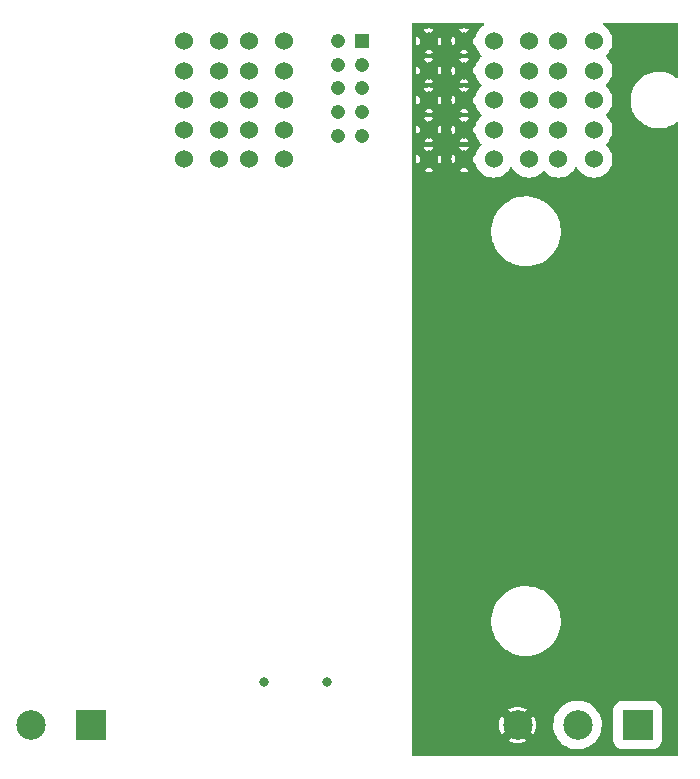
<source format=gbr>
%TF.GenerationSoftware,KiCad,Pcbnew,(6.0.1-0)*%
%TF.CreationDate,2023-01-20T10:08:16-08:00*%
%TF.ProjectId,ESC Daughterboard,45534320-4461-4756-9768-746572626f61,rev?*%
%TF.SameCoordinates,Original*%
%TF.FileFunction,Copper,L4,Inr*%
%TF.FilePolarity,Positive*%
%FSLAX46Y46*%
G04 Gerber Fmt 4.6, Leading zero omitted, Abs format (unit mm)*
G04 Created by KiCad (PCBNEW (6.0.1-0)) date 2023-01-20 10:08:16*
%MOMM*%
%LPD*%
G01*
G04 APERTURE LIST*
%TA.AperFunction,ComponentPad*%
%ADD10R,2.500000X2.500000*%
%TD*%
%TA.AperFunction,ComponentPad*%
%ADD11C,2.500000*%
%TD*%
%TA.AperFunction,ComponentPad*%
%ADD12R,1.208000X1.208000*%
%TD*%
%TA.AperFunction,ComponentPad*%
%ADD13C,1.208000*%
%TD*%
%TA.AperFunction,ComponentPad*%
%ADD14C,1.530000*%
%TD*%
%TA.AperFunction,ViaPad*%
%ADD15C,0.800000*%
%TD*%
G04 APERTURE END LIST*
D10*
%TO.N,/Phase_1*%
%TO.C,Phase 1*%
X167400000Y-119800000D03*
D11*
%TO.N,/Phase_2*%
X162320000Y-119800000D03*
%TO.N,/Phase_3*%
X157240000Y-119800000D03*
%TD*%
D12*
%TO.N,GND*%
%TO.C,J5*%
X144070000Y-61902500D03*
D13*
%TO.N,+5V*%
X142070000Y-61902500D03*
%TO.N,/CAH*%
X144070000Y-63902500D03*
%TO.N,/CAL*%
X142070000Y-63902500D03*
%TO.N,unconnected-(J5-Pad05)*%
X144070000Y-65902500D03*
%TO.N,unconnected-(J5-Pad06)*%
X142070000Y-65902500D03*
%TO.N,unconnected-(J5-Pad07)*%
X144070000Y-67902500D03*
%TO.N,unconnected-(J5-Pad08)*%
X142070000Y-67902500D03*
%TO.N,unconnected-(J5-Pad09)*%
X144070000Y-69902500D03*
%TO.N,unconnected-(J5-Pad10)*%
X142070000Y-69902500D03*
D14*
%TO.N,/Phase_1*%
X163710000Y-71892500D03*
X163710000Y-69392500D03*
X163710000Y-66892500D03*
X163710000Y-64392500D03*
X163710000Y-61892500D03*
X160710000Y-61892500D03*
X160710000Y-64392500D03*
X160710000Y-66892500D03*
X160710000Y-69392500D03*
X160710000Y-71892500D03*
%TO.N,/Phase_2*%
X158210000Y-71892500D03*
X158210000Y-69392500D03*
X158210000Y-66892500D03*
X158210000Y-64392500D03*
X158210000Y-61892500D03*
X155210000Y-61892500D03*
X155210000Y-64392500D03*
X155210000Y-66892500D03*
X155210000Y-69392500D03*
X155210000Y-71892500D03*
%TO.N,/Phase_3*%
X152710000Y-71892500D03*
X152710000Y-69392500D03*
X152710000Y-66892500D03*
X152710000Y-64392500D03*
X152710000Y-61892500D03*
X149710000Y-61892500D03*
X149710000Y-64392500D03*
X149710000Y-66892500D03*
X149710000Y-69392500D03*
X149710000Y-71892500D03*
%TO.N,GND*%
X137500000Y-71892500D03*
X137500000Y-69392500D03*
X137500000Y-66892500D03*
X137500000Y-64392500D03*
X137500000Y-61892500D03*
X134500000Y-61892500D03*
X134500000Y-64392500D03*
X134500000Y-66892500D03*
X134500000Y-69392500D03*
X134500000Y-71892500D03*
%TO.N,/16V*%
X132000000Y-71892500D03*
X132000000Y-69392500D03*
X132000000Y-66892500D03*
X132000000Y-64392500D03*
X132000000Y-61892500D03*
X129000000Y-61892500D03*
X129000000Y-64392500D03*
X129000000Y-66892500D03*
X129000000Y-69392500D03*
X129000000Y-71892500D03*
%TD*%
D10*
%TO.N,/16V*%
%TO.C,J2*%
X121165000Y-119820000D03*
D11*
%TO.N,GND*%
X116085000Y-119820000D03*
%TD*%
D15*
%TO.N,GND*%
X135780000Y-116190000D03*
%TO.N,+5V*%
X141150000Y-116190000D03*
%TD*%
%TA.AperFunction,Conductor*%
%TO.N,/Phase_3*%
G36*
X154405478Y-60388907D02*
G01*
X154441442Y-60438407D01*
X154441442Y-60499593D01*
X154405478Y-60549093D01*
X154399018Y-60553408D01*
X154286977Y-60622067D01*
X154099601Y-60782101D01*
X154097067Y-60785068D01*
X153995467Y-60904027D01*
X153939567Y-60969477D01*
X153810816Y-61179580D01*
X153716517Y-61407238D01*
X153715611Y-61411011D01*
X153715607Y-61411024D01*
X153708997Y-61438557D01*
X153682737Y-61485449D01*
X153286772Y-61881414D01*
X153280718Y-61893297D01*
X153281514Y-61898328D01*
X153682738Y-62299552D01*
X153708999Y-62346445D01*
X153716517Y-62377762D01*
X153810816Y-62605420D01*
X153939567Y-62815523D01*
X154099601Y-63002899D01*
X154102568Y-63005433D01*
X154174911Y-63067220D01*
X154206881Y-63119389D01*
X154202080Y-63180386D01*
X154174911Y-63217780D01*
X154099601Y-63282101D01*
X154097067Y-63285068D01*
X153995467Y-63404027D01*
X153939567Y-63469477D01*
X153810816Y-63679580D01*
X153716517Y-63907238D01*
X153715611Y-63911011D01*
X153715607Y-63911024D01*
X153708997Y-63938557D01*
X153682737Y-63985449D01*
X153286772Y-64381414D01*
X153280718Y-64393297D01*
X153281514Y-64398328D01*
X153682738Y-64799552D01*
X153708999Y-64846445D01*
X153716517Y-64877762D01*
X153810816Y-65105420D01*
X153939567Y-65315523D01*
X154099601Y-65502899D01*
X154102568Y-65505433D01*
X154174911Y-65567220D01*
X154206881Y-65619389D01*
X154202080Y-65680386D01*
X154174911Y-65717780D01*
X154099601Y-65782101D01*
X154097067Y-65785068D01*
X153995467Y-65904027D01*
X153939567Y-65969477D01*
X153810816Y-66179580D01*
X153716517Y-66407238D01*
X153715611Y-66411011D01*
X153715607Y-66411024D01*
X153708997Y-66438557D01*
X153682737Y-66485449D01*
X153286772Y-66881414D01*
X153280718Y-66893297D01*
X153281514Y-66898328D01*
X153682738Y-67299552D01*
X153708999Y-67346445D01*
X153716517Y-67377762D01*
X153810816Y-67605420D01*
X153939567Y-67815523D01*
X154099601Y-68002899D01*
X154102568Y-68005433D01*
X154174911Y-68067220D01*
X154206881Y-68119389D01*
X154202080Y-68180386D01*
X154174911Y-68217780D01*
X154144707Y-68243577D01*
X154099601Y-68282101D01*
X154097067Y-68285068D01*
X153995467Y-68404027D01*
X153939567Y-68469477D01*
X153810816Y-68679580D01*
X153716517Y-68907238D01*
X153715611Y-68911011D01*
X153715607Y-68911024D01*
X153708997Y-68938557D01*
X153682737Y-68985449D01*
X153286772Y-69381414D01*
X153280718Y-69393297D01*
X153281514Y-69398328D01*
X153682738Y-69799552D01*
X153708999Y-69846445D01*
X153716517Y-69877762D01*
X153810816Y-70105420D01*
X153939567Y-70315523D01*
X154099601Y-70502899D01*
X154102568Y-70505433D01*
X154174911Y-70567220D01*
X154206881Y-70619389D01*
X154202080Y-70680386D01*
X154174911Y-70717780D01*
X154099601Y-70782101D01*
X154097067Y-70785068D01*
X153995467Y-70904027D01*
X153939567Y-70969477D01*
X153810816Y-71179580D01*
X153716517Y-71407238D01*
X153715611Y-71411011D01*
X153715607Y-71411024D01*
X153708997Y-71438557D01*
X153682737Y-71485449D01*
X153286772Y-71881414D01*
X153280718Y-71893297D01*
X153281514Y-71898328D01*
X153682738Y-72299552D01*
X153708999Y-72346445D01*
X153716517Y-72377762D01*
X153810816Y-72605420D01*
X153939567Y-72815523D01*
X154099601Y-73002899D01*
X154286977Y-73162933D01*
X154497080Y-73291684D01*
X154724738Y-73385983D01*
X154728512Y-73386889D01*
X154728515Y-73386890D01*
X154960571Y-73442601D01*
X154964345Y-73443507D01*
X154968210Y-73443811D01*
X154968215Y-73443812D01*
X155206125Y-73462536D01*
X155210000Y-73462841D01*
X155213875Y-73462536D01*
X155451785Y-73443812D01*
X155451790Y-73443811D01*
X155455655Y-73443507D01*
X155459429Y-73442601D01*
X155691485Y-73386890D01*
X155691488Y-73386889D01*
X155695262Y-73385983D01*
X155922920Y-73291684D01*
X156133023Y-73162933D01*
X156320399Y-73002899D01*
X156480433Y-72815523D01*
X156609184Y-72605420D01*
X156618536Y-72582843D01*
X156658272Y-72536317D01*
X156717767Y-72522033D01*
X156774295Y-72545448D01*
X156801464Y-72582843D01*
X156810816Y-72605420D01*
X156939567Y-72815523D01*
X157099601Y-73002899D01*
X157286977Y-73162933D01*
X157497080Y-73291684D01*
X157724738Y-73385983D01*
X157728512Y-73386889D01*
X157728515Y-73386890D01*
X157960571Y-73442601D01*
X157964345Y-73443507D01*
X157968210Y-73443811D01*
X157968215Y-73443812D01*
X158206125Y-73462536D01*
X158210000Y-73462841D01*
X158213875Y-73462536D01*
X158451785Y-73443812D01*
X158451790Y-73443811D01*
X158455655Y-73443507D01*
X158459429Y-73442601D01*
X158691485Y-73386890D01*
X158691488Y-73386889D01*
X158695262Y-73385983D01*
X158922920Y-73291684D01*
X159133023Y-73162933D01*
X159320399Y-73002899D01*
X159384719Y-72927589D01*
X159436889Y-72895619D01*
X159497886Y-72900420D01*
X159535280Y-72927589D01*
X159599601Y-73002899D01*
X159786977Y-73162933D01*
X159997080Y-73291684D01*
X160224738Y-73385983D01*
X160228512Y-73386889D01*
X160228515Y-73386890D01*
X160460571Y-73442601D01*
X160464345Y-73443507D01*
X160468210Y-73443811D01*
X160468215Y-73443812D01*
X160706125Y-73462536D01*
X160710000Y-73462841D01*
X160713875Y-73462536D01*
X160951785Y-73443812D01*
X160951790Y-73443811D01*
X160955655Y-73443507D01*
X160959429Y-73442601D01*
X161191485Y-73386890D01*
X161191488Y-73386889D01*
X161195262Y-73385983D01*
X161422920Y-73291684D01*
X161633023Y-73162933D01*
X161820399Y-73002899D01*
X161980433Y-72815523D01*
X162109184Y-72605420D01*
X162118536Y-72582843D01*
X162158272Y-72536317D01*
X162217767Y-72522033D01*
X162274295Y-72545448D01*
X162301464Y-72582843D01*
X162310816Y-72605420D01*
X162439567Y-72815523D01*
X162599601Y-73002899D01*
X162786977Y-73162933D01*
X162997080Y-73291684D01*
X163224738Y-73385983D01*
X163228512Y-73386889D01*
X163228515Y-73386890D01*
X163460571Y-73442601D01*
X163464345Y-73443507D01*
X163468210Y-73443811D01*
X163468215Y-73443812D01*
X163706125Y-73462536D01*
X163710000Y-73462841D01*
X163713875Y-73462536D01*
X163951785Y-73443812D01*
X163951790Y-73443811D01*
X163955655Y-73443507D01*
X163959429Y-73442601D01*
X164191485Y-73386890D01*
X164191488Y-73386889D01*
X164195262Y-73385983D01*
X164422920Y-73291684D01*
X164633023Y-73162933D01*
X164820399Y-73002899D01*
X164980433Y-72815523D01*
X165109184Y-72605420D01*
X165203483Y-72377762D01*
X165222260Y-72299552D01*
X165260101Y-72141929D01*
X165260101Y-72141928D01*
X165261007Y-72138155D01*
X165280341Y-71892500D01*
X165278787Y-71872750D01*
X165261312Y-71650715D01*
X165261311Y-71650710D01*
X165261007Y-71646845D01*
X165221847Y-71483729D01*
X165204390Y-71411015D01*
X165204389Y-71411012D01*
X165203483Y-71407238D01*
X165109184Y-71179580D01*
X164980433Y-70969477D01*
X164924534Y-70904027D01*
X164822933Y-70785068D01*
X164820399Y-70782101D01*
X164745089Y-70717780D01*
X164713119Y-70665611D01*
X164717920Y-70604614D01*
X164745089Y-70567220D01*
X164817432Y-70505433D01*
X164820399Y-70502899D01*
X164980433Y-70315523D01*
X165109184Y-70105420D01*
X165203483Y-69877762D01*
X165222260Y-69799552D01*
X165260101Y-69641929D01*
X165260101Y-69641928D01*
X165261007Y-69638155D01*
X165280341Y-69392500D01*
X165271380Y-69278646D01*
X165261312Y-69150715D01*
X165261311Y-69150710D01*
X165261007Y-69146845D01*
X165221847Y-68983729D01*
X165204390Y-68911015D01*
X165204389Y-68911012D01*
X165203483Y-68907238D01*
X165109184Y-68679580D01*
X164980433Y-68469477D01*
X164924534Y-68404027D01*
X164822933Y-68285068D01*
X164820399Y-68282101D01*
X164775293Y-68243577D01*
X164745089Y-68217780D01*
X164713119Y-68165611D01*
X164717920Y-68104614D01*
X164745089Y-68067220D01*
X164817432Y-68005433D01*
X164820399Y-68002899D01*
X164980433Y-67815523D01*
X165109184Y-67605420D01*
X165203483Y-67377762D01*
X165222260Y-67299552D01*
X165260101Y-67141929D01*
X165260101Y-67141928D01*
X165261007Y-67138155D01*
X165263925Y-67101088D01*
X165280036Y-66896375D01*
X165280341Y-66892500D01*
X165272167Y-66788644D01*
X165261312Y-66650715D01*
X165261311Y-66650710D01*
X165261007Y-66646845D01*
X165221847Y-66483729D01*
X165204390Y-66411015D01*
X165204389Y-66411012D01*
X165203483Y-66407238D01*
X165109184Y-66179580D01*
X164980433Y-65969477D01*
X164924534Y-65904027D01*
X164822933Y-65785068D01*
X164820399Y-65782101D01*
X164745089Y-65717780D01*
X164713119Y-65665611D01*
X164717920Y-65604614D01*
X164745089Y-65567220D01*
X164817432Y-65505433D01*
X164820399Y-65502899D01*
X164980433Y-65315523D01*
X165109184Y-65105420D01*
X165203483Y-64877762D01*
X165222260Y-64799552D01*
X165260101Y-64641929D01*
X165260101Y-64641928D01*
X165261007Y-64638155D01*
X165262218Y-64622778D01*
X165280036Y-64396375D01*
X165280341Y-64392500D01*
X165278787Y-64372750D01*
X165261312Y-64150715D01*
X165261311Y-64150710D01*
X165261007Y-64146845D01*
X165221847Y-63983729D01*
X165204390Y-63911015D01*
X165204389Y-63911012D01*
X165203483Y-63907238D01*
X165109184Y-63679580D01*
X164980433Y-63469477D01*
X164924534Y-63404027D01*
X164822933Y-63285068D01*
X164820399Y-63282101D01*
X164745089Y-63217780D01*
X164713119Y-63165611D01*
X164717920Y-63104614D01*
X164745089Y-63067220D01*
X164817432Y-63005433D01*
X164820399Y-63002899D01*
X164980433Y-62815523D01*
X165109184Y-62605420D01*
X165203483Y-62377762D01*
X165222260Y-62299552D01*
X165260101Y-62141929D01*
X165260101Y-62141928D01*
X165261007Y-62138155D01*
X165280341Y-61892500D01*
X165278787Y-61872750D01*
X165261312Y-61650715D01*
X165261311Y-61650710D01*
X165261007Y-61646845D01*
X165221847Y-61483729D01*
X165204390Y-61411015D01*
X165204389Y-61411012D01*
X165203483Y-61407238D01*
X165109184Y-61179580D01*
X164980433Y-60969477D01*
X164924534Y-60904027D01*
X164822933Y-60785068D01*
X164820399Y-60782101D01*
X164633023Y-60622067D01*
X164520986Y-60553411D01*
X164481249Y-60506886D01*
X164476448Y-60445889D01*
X164508417Y-60393720D01*
X164564945Y-60370305D01*
X164572713Y-60370000D01*
X170761000Y-60370000D01*
X170819191Y-60388907D01*
X170855155Y-60438407D01*
X170860000Y-60469000D01*
X170860000Y-64932106D01*
X170841093Y-64990297D01*
X170791593Y-65026261D01*
X170730407Y-65026261D01*
X170700527Y-65010490D01*
X170674354Y-64990297D01*
X170555106Y-64898298D01*
X170513583Y-64873985D01*
X170393949Y-64803937D01*
X170290811Y-64743547D01*
X170008994Y-64623633D01*
X170005965Y-64622779D01*
X170005963Y-64622778D01*
X169717261Y-64541355D01*
X169717257Y-64541354D01*
X169714225Y-64540499D01*
X169411282Y-64495494D01*
X169364387Y-64493529D01*
X169328947Y-64492043D01*
X169328937Y-64492043D01*
X169327916Y-64492000D01*
X169132526Y-64492000D01*
X169130947Y-64492101D01*
X169130938Y-64492101D01*
X168907500Y-64506354D01*
X168907496Y-64506355D01*
X168904353Y-64506555D01*
X168901261Y-64507153D01*
X168901255Y-64507154D01*
X168724487Y-64541355D01*
X168603662Y-64564732D01*
X168600672Y-64565718D01*
X168600668Y-64565719D01*
X168315801Y-64659654D01*
X168315795Y-64659656D01*
X168312800Y-64660644D01*
X168153023Y-64737025D01*
X168039322Y-64791379D01*
X168039318Y-64791381D01*
X168036482Y-64792737D01*
X167779188Y-64958869D01*
X167776775Y-64960904D01*
X167776773Y-64960906D01*
X167547504Y-65154311D01*
X167547499Y-65154316D01*
X167545090Y-65156348D01*
X167337981Y-65381971D01*
X167336159Y-65384549D01*
X167305741Y-65427589D01*
X167161220Y-65632082D01*
X167017672Y-65902626D01*
X167016559Y-65905580D01*
X167016556Y-65905586D01*
X166913296Y-66179580D01*
X166909664Y-66189217D01*
X166908935Y-66192288D01*
X166908934Y-66192292D01*
X166851483Y-66434384D01*
X166838947Y-66487209D01*
X166806668Y-66791771D01*
X166813349Y-67097965D01*
X166858883Y-67400830D01*
X166859746Y-67403868D01*
X166859746Y-67403870D01*
X166917912Y-67608739D01*
X166942531Y-67695453D01*
X166943774Y-67698360D01*
X167056432Y-67961845D01*
X167062937Y-67977060D01*
X167218149Y-68241085D01*
X167281429Y-68322812D01*
X167403720Y-68480754D01*
X167403726Y-68480761D01*
X167405651Y-68483247D01*
X167622404Y-68699622D01*
X167624892Y-68701541D01*
X167624896Y-68701545D01*
X167822847Y-68854263D01*
X167864894Y-68886702D01*
X167867605Y-68888290D01*
X167867606Y-68888290D01*
X167906433Y-68911024D01*
X168129189Y-69041453D01*
X168411006Y-69161367D01*
X168414035Y-69162221D01*
X168414037Y-69162222D01*
X168702739Y-69243645D01*
X168702743Y-69243646D01*
X168705775Y-69244501D01*
X169008718Y-69289506D01*
X169055613Y-69291471D01*
X169091053Y-69292957D01*
X169091063Y-69292957D01*
X169092084Y-69293000D01*
X169287474Y-69293000D01*
X169289053Y-69292899D01*
X169289062Y-69292899D01*
X169512500Y-69278646D01*
X169512504Y-69278645D01*
X169515647Y-69278445D01*
X169518739Y-69277847D01*
X169518745Y-69277846D01*
X169813242Y-69220867D01*
X169816338Y-69220268D01*
X169819328Y-69219282D01*
X169819332Y-69219281D01*
X170104199Y-69125346D01*
X170104205Y-69125344D01*
X170107200Y-69124356D01*
X170283948Y-69039862D01*
X170380678Y-68993621D01*
X170380682Y-68993619D01*
X170383518Y-68992263D01*
X170640812Y-68826131D01*
X170697167Y-68778591D01*
X170753835Y-68755523D01*
X170813242Y-68770169D01*
X170852694Y-68816936D01*
X170860000Y-68854263D01*
X170860000Y-122301000D01*
X170841093Y-122359191D01*
X170791593Y-122395155D01*
X170761000Y-122400000D01*
X148379000Y-122400000D01*
X148320809Y-122381093D01*
X148284845Y-122331593D01*
X148280000Y-122301000D01*
X148280000Y-121142360D01*
X156468892Y-121142360D01*
X156475263Y-121149251D01*
X156530824Y-121183300D01*
X156537730Y-121186819D01*
X156755952Y-121277209D01*
X156763320Y-121279603D01*
X156993004Y-121334745D01*
X157000647Y-121335956D01*
X157236125Y-121354488D01*
X157243875Y-121354488D01*
X157479353Y-121335956D01*
X157486996Y-121334745D01*
X157716680Y-121279603D01*
X157724048Y-121277209D01*
X157942270Y-121186819D01*
X157949176Y-121183300D01*
X158003043Y-121150289D01*
X158011316Y-121140603D01*
X158006732Y-121132417D01*
X157251086Y-120376771D01*
X157239203Y-120370717D01*
X157234172Y-120371513D01*
X156474674Y-121131011D01*
X156468892Y-121142360D01*
X148280000Y-121142360D01*
X148280000Y-119803875D01*
X155685512Y-119803875D01*
X155704044Y-120039353D01*
X155705255Y-120046996D01*
X155760397Y-120276680D01*
X155762791Y-120284048D01*
X155853181Y-120502270D01*
X155856700Y-120509176D01*
X155889711Y-120563043D01*
X155899397Y-120571316D01*
X155907583Y-120566732D01*
X156663229Y-119811086D01*
X156668471Y-119800797D01*
X157810717Y-119800797D01*
X157811513Y-119805828D01*
X158571011Y-120565326D01*
X158582360Y-120571108D01*
X158589251Y-120564737D01*
X158623300Y-120509176D01*
X158626819Y-120502270D01*
X158717209Y-120284048D01*
X158719603Y-120276680D01*
X158774745Y-120046996D01*
X158775956Y-120039353D01*
X158794488Y-119803875D01*
X158794488Y-119796119D01*
X158793100Y-119778477D01*
X160264822Y-119778477D01*
X160265016Y-119781842D01*
X160265016Y-119781846D01*
X160268545Y-119843043D01*
X160280916Y-120057596D01*
X160334741Y-120331948D01*
X160335834Y-120335140D01*
X160415126Y-120566732D01*
X160425303Y-120596457D01*
X160550925Y-120846228D01*
X160709282Y-121076639D01*
X160711552Y-121079133D01*
X160711553Y-121079135D01*
X160809538Y-121186819D01*
X160897444Y-121283427D01*
X161111930Y-121462765D01*
X161348771Y-121611335D01*
X161351839Y-121612720D01*
X161351846Y-121612724D01*
X161517358Y-121687455D01*
X161603583Y-121726387D01*
X161606805Y-121727341D01*
X161606812Y-121727344D01*
X161821263Y-121790867D01*
X161871652Y-121805793D01*
X161874977Y-121806302D01*
X161874978Y-121806302D01*
X162144684Y-121847573D01*
X162144687Y-121847573D01*
X162148018Y-121848083D01*
X162151389Y-121848136D01*
X162151390Y-121848136D01*
X162199571Y-121848893D01*
X162427566Y-121852474D01*
X162430903Y-121852070D01*
X162430907Y-121852070D01*
X162701779Y-121819291D01*
X162701784Y-121819290D01*
X162705123Y-121818886D01*
X162975554Y-121747940D01*
X163141590Y-121679165D01*
X163230746Y-121642236D01*
X163230749Y-121642235D01*
X163233855Y-121640948D01*
X163236760Y-121639251D01*
X163236763Y-121639249D01*
X163472329Y-121501595D01*
X163475245Y-121499891D01*
X163695258Y-121327379D01*
X163889823Y-121126603D01*
X163926526Y-121076639D01*
X163956843Y-121035366D01*
X164055340Y-120901280D01*
X164086864Y-120843221D01*
X164187136Y-120658541D01*
X164188745Y-120655578D01*
X164226294Y-120556206D01*
X164286380Y-120397194D01*
X164286381Y-120397190D01*
X164287570Y-120394044D01*
X164314450Y-120276680D01*
X164349234Y-120124808D01*
X164349235Y-120124801D01*
X164349987Y-120121518D01*
X164374840Y-119843043D01*
X164375230Y-119805828D01*
X164375271Y-119801937D01*
X164375271Y-119801929D01*
X164375291Y-119800000D01*
X164356275Y-119521065D01*
X164299579Y-119247292D01*
X164206253Y-118983746D01*
X164194542Y-118961056D01*
X164079573Y-118738308D01*
X164079570Y-118738302D01*
X164078022Y-118735304D01*
X163917261Y-118506563D01*
X163899512Y-118487462D01*
X163877325Y-118463586D01*
X165349500Y-118463586D01*
X165349501Y-119800797D01*
X165349501Y-121137836D01*
X165349774Y-121142589D01*
X165350716Y-121146668D01*
X165350717Y-121146676D01*
X165382289Y-121283427D01*
X165390173Y-121317577D01*
X165468336Y-121479266D01*
X165580380Y-121619620D01*
X165584713Y-121623079D01*
X165714124Y-121726387D01*
X165720734Y-121731664D01*
X165882423Y-121809827D01*
X165887807Y-121811070D01*
X165887810Y-121811071D01*
X165974045Y-121830979D01*
X166057411Y-121850226D01*
X166062163Y-121850500D01*
X166063586Y-121850500D01*
X167404717Y-121850499D01*
X168737836Y-121850499D01*
X168742589Y-121850226D01*
X168746670Y-121849284D01*
X168746676Y-121849283D01*
X168912190Y-121811071D01*
X168912193Y-121811070D01*
X168917577Y-121809827D01*
X169079266Y-121731664D01*
X169085877Y-121726387D01*
X169215287Y-121623079D01*
X169219620Y-121619620D01*
X169331664Y-121479266D01*
X169409827Y-121317577D01*
X169450226Y-121142589D01*
X169450500Y-121137837D01*
X169450500Y-119800000D01*
X169450499Y-118463577D01*
X169450499Y-118462164D01*
X169450226Y-118457411D01*
X169449284Y-118453330D01*
X169449283Y-118453324D01*
X169411071Y-118287810D01*
X169411070Y-118287807D01*
X169409827Y-118282423D01*
X169331664Y-118120734D01*
X169324931Y-118112299D01*
X169223079Y-117984713D01*
X169219620Y-117980380D01*
X169079266Y-117868336D01*
X169062759Y-117860356D01*
X168922554Y-117792579D01*
X168917577Y-117790173D01*
X168912193Y-117788930D01*
X168912190Y-117788929D01*
X168825955Y-117769021D01*
X168742589Y-117749774D01*
X168737837Y-117749500D01*
X168736414Y-117749500D01*
X167395283Y-117749501D01*
X166062164Y-117749501D01*
X166057411Y-117749774D01*
X166053330Y-117750716D01*
X166053324Y-117750717D01*
X165887810Y-117788929D01*
X165887807Y-117788930D01*
X165882423Y-117790173D01*
X165877446Y-117792579D01*
X165737242Y-117860356D01*
X165720734Y-117868336D01*
X165580380Y-117980380D01*
X165576921Y-117984713D01*
X165475070Y-118112299D01*
X165468336Y-118120734D01*
X165390173Y-118282423D01*
X165349774Y-118457411D01*
X165349500Y-118462163D01*
X165349500Y-118463586D01*
X163877325Y-118463586D01*
X163729238Y-118304226D01*
X163726944Y-118301757D01*
X163703323Y-118282423D01*
X163513204Y-118126814D01*
X163510591Y-118124675D01*
X163272208Y-117978594D01*
X163268397Y-117976921D01*
X163019288Y-117867569D01*
X163019284Y-117867567D01*
X163016205Y-117866216D01*
X162966917Y-117852176D01*
X162750571Y-117790548D01*
X162750566Y-117790547D01*
X162747319Y-117789622D01*
X162470526Y-117750229D01*
X162467159Y-117750211D01*
X162467154Y-117750211D01*
X162342187Y-117749557D01*
X162190947Y-117748765D01*
X161913757Y-117785257D01*
X161910506Y-117786146D01*
X161910503Y-117786147D01*
X161886992Y-117792579D01*
X161644083Y-117859032D01*
X161386917Y-117968722D01*
X161384018Y-117970457D01*
X161372683Y-117977241D01*
X161147018Y-118112299D01*
X160928823Y-118287106D01*
X160926499Y-118289555D01*
X160757557Y-118467583D01*
X160736371Y-118489908D01*
X160734406Y-118492643D01*
X160734404Y-118492645D01*
X160722421Y-118509322D01*
X160573223Y-118716952D01*
X160442398Y-118964038D01*
X160346317Y-119226592D01*
X160286757Y-119499757D01*
X160264822Y-119778477D01*
X158793100Y-119778477D01*
X158775956Y-119560647D01*
X158774745Y-119553004D01*
X158719603Y-119323320D01*
X158717209Y-119315952D01*
X158626819Y-119097730D01*
X158623300Y-119090824D01*
X158590289Y-119036957D01*
X158580603Y-119028684D01*
X158572417Y-119033268D01*
X157816771Y-119788914D01*
X157810717Y-119800797D01*
X156668471Y-119800797D01*
X156669283Y-119799203D01*
X156668487Y-119794172D01*
X155908989Y-119034674D01*
X155897640Y-119028892D01*
X155890749Y-119035263D01*
X155856700Y-119090824D01*
X155853181Y-119097730D01*
X155762791Y-119315952D01*
X155760397Y-119323320D01*
X155705255Y-119553004D01*
X155704044Y-119560647D01*
X155685512Y-119796119D01*
X155685512Y-119803875D01*
X148280000Y-119803875D01*
X148280000Y-118459397D01*
X156468684Y-118459397D01*
X156473268Y-118467583D01*
X157228914Y-119223229D01*
X157240797Y-119229283D01*
X157245828Y-119228487D01*
X158005326Y-118468989D01*
X158011108Y-118457640D01*
X158004737Y-118450749D01*
X157949176Y-118416700D01*
X157942270Y-118413181D01*
X157724048Y-118322791D01*
X157716680Y-118320397D01*
X157486996Y-118265255D01*
X157479353Y-118264044D01*
X157243875Y-118245512D01*
X157236125Y-118245512D01*
X157000647Y-118264044D01*
X156993004Y-118265255D01*
X156763320Y-118320397D01*
X156755952Y-118322791D01*
X156537730Y-118413181D01*
X156530824Y-118416700D01*
X156476957Y-118449711D01*
X156468684Y-118459397D01*
X148280000Y-118459397D01*
X148280000Y-111123763D01*
X155007092Y-111123763D01*
X155007376Y-111126608D01*
X155016060Y-111213605D01*
X155040887Y-111462342D01*
X155113373Y-111794793D01*
X155223589Y-112116708D01*
X155370076Y-112423823D01*
X155371590Y-112426236D01*
X155371593Y-112426242D01*
X155497656Y-112627204D01*
X155550890Y-112712066D01*
X155763635Y-112977616D01*
X155765665Y-112979624D01*
X155765666Y-112979626D01*
X156003461Y-113214943D01*
X156003469Y-113214950D01*
X156005493Y-113216953D01*
X156079925Y-113275315D01*
X156271017Y-113425151D01*
X156271024Y-113425156D01*
X156273256Y-113426906D01*
X156275685Y-113428394D01*
X156275690Y-113428398D01*
X156357761Y-113478691D01*
X156563376Y-113604692D01*
X156565963Y-113605893D01*
X156565967Y-113605895D01*
X156869411Y-113746749D01*
X156869418Y-113746752D01*
X156872008Y-113747954D01*
X157195060Y-113854794D01*
X157528252Y-113923794D01*
X157531090Y-113924047D01*
X157531095Y-113924048D01*
X157816894Y-113949555D01*
X157827480Y-113950500D01*
X158046715Y-113950500D01*
X158299697Y-113935913D01*
X158302505Y-113935423D01*
X158632092Y-113877901D01*
X158632100Y-113877899D01*
X158634891Y-113877412D01*
X158961140Y-113780773D01*
X159274119Y-113647276D01*
X159276584Y-113645870D01*
X159276590Y-113645867D01*
X159567209Y-113480101D01*
X159569681Y-113478691D01*
X159571970Y-113477009D01*
X159571977Y-113477005D01*
X159841609Y-113278940D01*
X159841608Y-113278940D01*
X159843907Y-113277252D01*
X160093162Y-113045629D01*
X160314144Y-112786893D01*
X160503923Y-112504472D01*
X160659984Y-112202110D01*
X160780257Y-111883815D01*
X160863150Y-111553805D01*
X160907563Y-111216455D01*
X160912908Y-110876237D01*
X160906508Y-110812118D01*
X160879396Y-110540492D01*
X160879396Y-110540490D01*
X160879113Y-110537658D01*
X160806627Y-110205207D01*
X160696411Y-109883292D01*
X160549924Y-109576177D01*
X160497849Y-109493161D01*
X160370626Y-109290351D01*
X160369110Y-109287934D01*
X160156365Y-109022384D01*
X160154334Y-109020374D01*
X159916539Y-108785057D01*
X159916531Y-108785050D01*
X159914507Y-108783047D01*
X159789960Y-108685390D01*
X159648983Y-108574849D01*
X159648976Y-108574844D01*
X159646744Y-108573094D01*
X159644315Y-108571606D01*
X159644310Y-108571602D01*
X159359059Y-108396800D01*
X159359057Y-108396799D01*
X159356624Y-108395308D01*
X159354037Y-108394107D01*
X159354033Y-108394105D01*
X159050589Y-108253251D01*
X159050582Y-108253248D01*
X159047992Y-108252046D01*
X158724940Y-108145206D01*
X158391748Y-108076206D01*
X158388910Y-108075953D01*
X158388905Y-108075952D01*
X158094716Y-108049696D01*
X158092520Y-108049500D01*
X157873285Y-108049500D01*
X157620303Y-108064087D01*
X157617496Y-108064577D01*
X157617495Y-108064577D01*
X157287908Y-108122099D01*
X157287900Y-108122101D01*
X157285109Y-108122588D01*
X156958860Y-108219227D01*
X156645881Y-108352724D01*
X156643416Y-108354130D01*
X156643410Y-108354133D01*
X156568607Y-108396800D01*
X156350319Y-108521309D01*
X156348030Y-108522991D01*
X156348023Y-108522995D01*
X156281853Y-108571602D01*
X156076093Y-108722748D01*
X155826838Y-108954371D01*
X155605856Y-109213107D01*
X155416077Y-109495528D01*
X155260016Y-109797890D01*
X155139743Y-110116185D01*
X155056850Y-110446195D01*
X155012437Y-110783545D01*
X155007092Y-111123763D01*
X148280000Y-111123763D01*
X148280000Y-78123763D01*
X155007092Y-78123763D01*
X155007376Y-78126608D01*
X155016060Y-78213605D01*
X155040887Y-78462342D01*
X155113373Y-78794793D01*
X155223589Y-79116708D01*
X155370076Y-79423823D01*
X155371590Y-79426236D01*
X155371593Y-79426242D01*
X155497656Y-79627204D01*
X155550890Y-79712066D01*
X155763635Y-79977616D01*
X155765665Y-79979624D01*
X155765666Y-79979626D01*
X156003461Y-80214943D01*
X156003469Y-80214950D01*
X156005493Y-80216953D01*
X156079925Y-80275315D01*
X156271017Y-80425151D01*
X156271024Y-80425156D01*
X156273256Y-80426906D01*
X156275685Y-80428394D01*
X156275690Y-80428398D01*
X156357761Y-80478691D01*
X156563376Y-80604692D01*
X156565963Y-80605893D01*
X156565967Y-80605895D01*
X156869411Y-80746749D01*
X156869418Y-80746752D01*
X156872008Y-80747954D01*
X157195060Y-80854794D01*
X157528252Y-80923794D01*
X157531090Y-80924047D01*
X157531095Y-80924048D01*
X157816894Y-80949555D01*
X157827480Y-80950500D01*
X158046715Y-80950500D01*
X158299697Y-80935913D01*
X158302505Y-80935423D01*
X158632092Y-80877901D01*
X158632100Y-80877899D01*
X158634891Y-80877412D01*
X158961140Y-80780773D01*
X159274119Y-80647276D01*
X159276584Y-80645870D01*
X159276590Y-80645867D01*
X159567209Y-80480101D01*
X159569681Y-80478691D01*
X159571970Y-80477009D01*
X159571977Y-80477005D01*
X159841609Y-80278940D01*
X159841608Y-80278940D01*
X159843907Y-80277252D01*
X160093162Y-80045629D01*
X160314144Y-79786893D01*
X160503923Y-79504472D01*
X160659984Y-79202110D01*
X160780257Y-78883815D01*
X160863150Y-78553805D01*
X160907563Y-78216455D01*
X160912908Y-77876237D01*
X160906508Y-77812118D01*
X160879396Y-77540492D01*
X160879396Y-77540490D01*
X160879113Y-77537658D01*
X160806627Y-77205207D01*
X160696411Y-76883292D01*
X160549924Y-76576177D01*
X160497849Y-76493161D01*
X160370626Y-76290351D01*
X160369110Y-76287934D01*
X160156365Y-76022384D01*
X160154334Y-76020374D01*
X159916539Y-75785057D01*
X159916531Y-75785050D01*
X159914507Y-75783047D01*
X159789960Y-75685390D01*
X159648983Y-75574849D01*
X159648976Y-75574844D01*
X159646744Y-75573094D01*
X159644315Y-75571606D01*
X159644310Y-75571602D01*
X159359059Y-75396800D01*
X159359057Y-75396799D01*
X159356624Y-75395308D01*
X159354037Y-75394107D01*
X159354033Y-75394105D01*
X159050589Y-75253251D01*
X159050582Y-75253248D01*
X159047992Y-75252046D01*
X158724940Y-75145206D01*
X158391748Y-75076206D01*
X158388910Y-75075953D01*
X158388905Y-75075952D01*
X158094716Y-75049696D01*
X158092520Y-75049500D01*
X157873285Y-75049500D01*
X157620303Y-75064087D01*
X157617496Y-75064577D01*
X157617495Y-75064577D01*
X157287908Y-75122099D01*
X157287900Y-75122101D01*
X157285109Y-75122588D01*
X156958860Y-75219227D01*
X156645881Y-75352724D01*
X156643416Y-75354130D01*
X156643410Y-75354133D01*
X156568607Y-75396800D01*
X156350319Y-75521309D01*
X156348030Y-75522991D01*
X156348023Y-75522995D01*
X156281853Y-75571602D01*
X156076093Y-75722748D01*
X155826838Y-75954371D01*
X155605856Y-76213107D01*
X155416077Y-76495528D01*
X155260016Y-76797890D01*
X155139743Y-77116185D01*
X155056850Y-77446195D01*
X155012437Y-77783545D01*
X155007092Y-78123763D01*
X148280000Y-78123763D01*
X148280000Y-72875514D01*
X149297649Y-72875514D01*
X149301885Y-72879750D01*
X149475589Y-72936191D01*
X149485010Y-72938262D01*
X149682786Y-72961845D01*
X149692413Y-72962047D01*
X149891002Y-72946766D01*
X149900493Y-72945093D01*
X150092332Y-72891531D01*
X150101312Y-72888048D01*
X150112928Y-72882180D01*
X150119641Y-72875514D01*
X152297649Y-72875514D01*
X152301885Y-72879750D01*
X152475589Y-72936191D01*
X152485010Y-72938262D01*
X152682786Y-72961845D01*
X152692413Y-72962047D01*
X152891002Y-72946766D01*
X152900493Y-72945093D01*
X153092332Y-72891531D01*
X153101312Y-72888048D01*
X153112928Y-72882180D01*
X153120968Y-72874196D01*
X153115775Y-72863961D01*
X152721086Y-72469272D01*
X152709203Y-72463218D01*
X152704172Y-72464014D01*
X152302820Y-72865366D01*
X152297649Y-72875514D01*
X150119641Y-72875514D01*
X150120968Y-72874196D01*
X150115775Y-72863961D01*
X149721086Y-72469272D01*
X149709203Y-72463218D01*
X149704172Y-72464014D01*
X149302820Y-72865366D01*
X149297649Y-72875514D01*
X148280000Y-72875514D01*
X148280000Y-71882378D01*
X148640356Y-71882378D01*
X148657023Y-72080864D01*
X148658761Y-72090332D01*
X148713661Y-72281792D01*
X148717212Y-72290760D01*
X148719836Y-72295866D01*
X148727963Y-72303937D01*
X148738027Y-72298787D01*
X149133228Y-71903586D01*
X149138470Y-71893297D01*
X150280718Y-71893297D01*
X150281514Y-71898328D01*
X150682369Y-72299183D01*
X150692517Y-72304354D01*
X150696871Y-72300000D01*
X150752032Y-72134182D01*
X150754166Y-72124788D01*
X150779388Y-71925132D01*
X150779775Y-71919606D01*
X150780114Y-71895259D01*
X150779884Y-71889761D01*
X150779160Y-71882378D01*
X151640356Y-71882378D01*
X151657023Y-72080864D01*
X151658761Y-72090332D01*
X151713661Y-72281792D01*
X151717212Y-72290760D01*
X151719836Y-72295866D01*
X151727963Y-72303937D01*
X151738027Y-72298787D01*
X152133228Y-71903586D01*
X152139282Y-71891703D01*
X152138486Y-71886672D01*
X151736592Y-71484778D01*
X151726444Y-71479607D01*
X151722322Y-71483729D01*
X151664696Y-71665388D01*
X151662692Y-71674816D01*
X151640490Y-71872750D01*
X151640356Y-71882378D01*
X150779160Y-71882378D01*
X150760244Y-71689450D01*
X150758375Y-71680012D01*
X150700804Y-71489328D01*
X150699708Y-71486668D01*
X150692825Y-71480021D01*
X150683107Y-71485079D01*
X150286772Y-71881414D01*
X150280718Y-71893297D01*
X149138470Y-71893297D01*
X149139282Y-71891703D01*
X149138486Y-71886672D01*
X148736592Y-71484778D01*
X148726444Y-71479607D01*
X148722322Y-71483729D01*
X148664696Y-71665388D01*
X148662692Y-71674816D01*
X148640490Y-71872750D01*
X148640356Y-71882378D01*
X148280000Y-71882378D01*
X148280000Y-70910087D01*
X149298059Y-70910087D01*
X149303165Y-70919979D01*
X149698914Y-71315728D01*
X149710797Y-71321782D01*
X149715828Y-71320986D01*
X150117605Y-70919209D01*
X150122253Y-70910087D01*
X152298059Y-70910087D01*
X152303165Y-70919979D01*
X152698914Y-71315728D01*
X152710797Y-71321782D01*
X152715828Y-71320986D01*
X153117605Y-70919209D01*
X153122973Y-70908673D01*
X153118439Y-70904027D01*
X152929806Y-70845636D01*
X152920372Y-70843699D01*
X152722287Y-70822879D01*
X152712649Y-70822812D01*
X152514292Y-70840863D01*
X152504829Y-70842669D01*
X152313757Y-70898904D01*
X152305903Y-70902078D01*
X152298059Y-70910087D01*
X150122253Y-70910087D01*
X150122973Y-70908673D01*
X150118439Y-70904027D01*
X149929806Y-70845636D01*
X149920372Y-70843699D01*
X149722287Y-70822879D01*
X149712649Y-70822812D01*
X149514292Y-70840863D01*
X149504829Y-70842669D01*
X149313757Y-70898904D01*
X149305903Y-70902078D01*
X149298059Y-70910087D01*
X148280000Y-70910087D01*
X148280000Y-70375514D01*
X149297649Y-70375514D01*
X149301885Y-70379750D01*
X149475589Y-70436191D01*
X149485010Y-70438262D01*
X149682786Y-70461845D01*
X149692413Y-70462047D01*
X149891002Y-70446766D01*
X149900493Y-70445093D01*
X150092332Y-70391531D01*
X150101312Y-70388048D01*
X150112928Y-70382180D01*
X150119641Y-70375514D01*
X152297649Y-70375514D01*
X152301885Y-70379750D01*
X152475589Y-70436191D01*
X152485010Y-70438262D01*
X152682786Y-70461845D01*
X152692413Y-70462047D01*
X152891002Y-70446766D01*
X152900493Y-70445093D01*
X153092332Y-70391531D01*
X153101312Y-70388048D01*
X153112928Y-70382180D01*
X153120968Y-70374196D01*
X153115775Y-70363961D01*
X152721086Y-69969272D01*
X152709203Y-69963218D01*
X152704172Y-69964014D01*
X152302820Y-70365366D01*
X152297649Y-70375514D01*
X150119641Y-70375514D01*
X150120968Y-70374196D01*
X150115775Y-70363961D01*
X149721086Y-69969272D01*
X149709203Y-69963218D01*
X149704172Y-69964014D01*
X149302820Y-70365366D01*
X149297649Y-70375514D01*
X148280000Y-70375514D01*
X148280000Y-69382378D01*
X148640356Y-69382378D01*
X148657023Y-69580864D01*
X148658761Y-69590332D01*
X148713661Y-69781792D01*
X148717212Y-69790760D01*
X148719836Y-69795866D01*
X148727963Y-69803937D01*
X148738027Y-69798787D01*
X149133228Y-69403586D01*
X149138470Y-69393297D01*
X150280718Y-69393297D01*
X150281514Y-69398328D01*
X150682369Y-69799183D01*
X150692517Y-69804354D01*
X150696871Y-69800000D01*
X150752032Y-69634182D01*
X150754166Y-69624788D01*
X150779388Y-69425132D01*
X150779775Y-69419606D01*
X150780114Y-69395259D01*
X150779884Y-69389761D01*
X150779160Y-69382378D01*
X151640356Y-69382378D01*
X151657023Y-69580864D01*
X151658761Y-69590332D01*
X151713661Y-69781792D01*
X151717212Y-69790760D01*
X151719836Y-69795866D01*
X151727963Y-69803937D01*
X151738027Y-69798787D01*
X152133228Y-69403586D01*
X152139282Y-69391703D01*
X152138486Y-69386672D01*
X151736592Y-68984778D01*
X151726444Y-68979607D01*
X151722322Y-68983729D01*
X151664696Y-69165388D01*
X151662692Y-69174816D01*
X151640490Y-69372750D01*
X151640356Y-69382378D01*
X150779160Y-69382378D01*
X150760244Y-69189450D01*
X150758375Y-69180012D01*
X150700804Y-68989328D01*
X150699708Y-68986668D01*
X150692825Y-68980021D01*
X150683107Y-68985079D01*
X150286772Y-69381414D01*
X150280718Y-69393297D01*
X149138470Y-69393297D01*
X149139282Y-69391703D01*
X149138486Y-69386672D01*
X148736592Y-68984778D01*
X148726444Y-68979607D01*
X148722322Y-68983729D01*
X148664696Y-69165388D01*
X148662692Y-69174816D01*
X148640490Y-69372750D01*
X148640356Y-69382378D01*
X148280000Y-69382378D01*
X148280000Y-68410087D01*
X149298059Y-68410087D01*
X149303165Y-68419979D01*
X149698914Y-68815728D01*
X149710797Y-68821782D01*
X149715828Y-68820986D01*
X150117605Y-68419209D01*
X150122253Y-68410087D01*
X152298059Y-68410087D01*
X152303165Y-68419979D01*
X152698914Y-68815728D01*
X152710797Y-68821782D01*
X152715828Y-68820986D01*
X153117605Y-68419209D01*
X153122973Y-68408673D01*
X153118439Y-68404027D01*
X152929806Y-68345636D01*
X152920372Y-68343699D01*
X152722287Y-68322879D01*
X152712649Y-68322812D01*
X152514292Y-68340863D01*
X152504829Y-68342669D01*
X152313757Y-68398904D01*
X152305903Y-68402078D01*
X152298059Y-68410087D01*
X150122253Y-68410087D01*
X150122973Y-68408673D01*
X150118439Y-68404027D01*
X149929806Y-68345636D01*
X149920372Y-68343699D01*
X149722287Y-68322879D01*
X149712649Y-68322812D01*
X149514292Y-68340863D01*
X149504829Y-68342669D01*
X149313757Y-68398904D01*
X149305903Y-68402078D01*
X149298059Y-68410087D01*
X148280000Y-68410087D01*
X148280000Y-67875514D01*
X149297649Y-67875514D01*
X149301885Y-67879750D01*
X149475589Y-67936191D01*
X149485010Y-67938262D01*
X149682786Y-67961845D01*
X149692413Y-67962047D01*
X149891002Y-67946766D01*
X149900493Y-67945093D01*
X150092332Y-67891531D01*
X150101312Y-67888048D01*
X150112928Y-67882180D01*
X150119641Y-67875514D01*
X152297649Y-67875514D01*
X152301885Y-67879750D01*
X152475589Y-67936191D01*
X152485010Y-67938262D01*
X152682786Y-67961845D01*
X152692413Y-67962047D01*
X152891002Y-67946766D01*
X152900493Y-67945093D01*
X153092332Y-67891531D01*
X153101312Y-67888048D01*
X153112928Y-67882180D01*
X153120968Y-67874196D01*
X153115775Y-67863961D01*
X152721086Y-67469272D01*
X152709203Y-67463218D01*
X152704172Y-67464014D01*
X152302820Y-67865366D01*
X152297649Y-67875514D01*
X150119641Y-67875514D01*
X150120968Y-67874196D01*
X150115775Y-67863961D01*
X149721086Y-67469272D01*
X149709203Y-67463218D01*
X149704172Y-67464014D01*
X149302820Y-67865366D01*
X149297649Y-67875514D01*
X148280000Y-67875514D01*
X148280000Y-66882378D01*
X148640356Y-66882378D01*
X148657023Y-67080864D01*
X148658761Y-67090332D01*
X148713661Y-67281792D01*
X148717212Y-67290760D01*
X148719836Y-67295866D01*
X148727963Y-67303937D01*
X148738027Y-67298787D01*
X149133228Y-66903586D01*
X149138470Y-66893297D01*
X150280718Y-66893297D01*
X150281514Y-66898328D01*
X150682369Y-67299183D01*
X150692517Y-67304354D01*
X150696871Y-67300000D01*
X150752032Y-67134182D01*
X150754166Y-67124788D01*
X150779388Y-66925132D01*
X150779775Y-66919606D01*
X150780114Y-66895259D01*
X150779884Y-66889761D01*
X150779160Y-66882378D01*
X151640356Y-66882378D01*
X151657023Y-67080864D01*
X151658761Y-67090332D01*
X151713661Y-67281792D01*
X151717212Y-67290760D01*
X151719836Y-67295866D01*
X151727963Y-67303937D01*
X151738027Y-67298787D01*
X152133228Y-66903586D01*
X152139282Y-66891703D01*
X152138486Y-66886672D01*
X151736592Y-66484778D01*
X151726444Y-66479607D01*
X151722322Y-66483729D01*
X151664696Y-66665388D01*
X151662692Y-66674816D01*
X151640490Y-66872750D01*
X151640356Y-66882378D01*
X150779160Y-66882378D01*
X150760244Y-66689450D01*
X150758375Y-66680012D01*
X150700804Y-66489328D01*
X150699708Y-66486668D01*
X150692825Y-66480021D01*
X150683107Y-66485079D01*
X150286772Y-66881414D01*
X150280718Y-66893297D01*
X149138470Y-66893297D01*
X149139282Y-66891703D01*
X149138486Y-66886672D01*
X148736592Y-66484778D01*
X148726444Y-66479607D01*
X148722322Y-66483729D01*
X148664696Y-66665388D01*
X148662692Y-66674816D01*
X148640490Y-66872750D01*
X148640356Y-66882378D01*
X148280000Y-66882378D01*
X148280000Y-65910087D01*
X149298059Y-65910087D01*
X149303165Y-65919979D01*
X149698914Y-66315728D01*
X149710797Y-66321782D01*
X149715828Y-66320986D01*
X150117605Y-65919209D01*
X150122253Y-65910087D01*
X152298059Y-65910087D01*
X152303165Y-65919979D01*
X152698914Y-66315728D01*
X152710797Y-66321782D01*
X152715828Y-66320986D01*
X153117605Y-65919209D01*
X153122973Y-65908673D01*
X153118439Y-65904027D01*
X152929806Y-65845636D01*
X152920372Y-65843699D01*
X152722287Y-65822879D01*
X152712649Y-65822812D01*
X152514292Y-65840863D01*
X152504829Y-65842669D01*
X152313757Y-65898904D01*
X152305903Y-65902078D01*
X152298059Y-65910087D01*
X150122253Y-65910087D01*
X150122973Y-65908673D01*
X150118439Y-65904027D01*
X149929806Y-65845636D01*
X149920372Y-65843699D01*
X149722287Y-65822879D01*
X149712649Y-65822812D01*
X149514292Y-65840863D01*
X149504829Y-65842669D01*
X149313757Y-65898904D01*
X149305903Y-65902078D01*
X149298059Y-65910087D01*
X148280000Y-65910087D01*
X148280000Y-65375514D01*
X149297649Y-65375514D01*
X149301885Y-65379750D01*
X149475589Y-65436191D01*
X149485010Y-65438262D01*
X149682786Y-65461845D01*
X149692413Y-65462047D01*
X149891002Y-65446766D01*
X149900493Y-65445093D01*
X150092332Y-65391531D01*
X150101312Y-65388048D01*
X150112928Y-65382180D01*
X150119641Y-65375514D01*
X152297649Y-65375514D01*
X152301885Y-65379750D01*
X152475589Y-65436191D01*
X152485010Y-65438262D01*
X152682786Y-65461845D01*
X152692413Y-65462047D01*
X152891002Y-65446766D01*
X152900493Y-65445093D01*
X153092332Y-65391531D01*
X153101312Y-65388048D01*
X153112928Y-65382180D01*
X153120968Y-65374196D01*
X153115775Y-65363961D01*
X152721086Y-64969272D01*
X152709203Y-64963218D01*
X152704172Y-64964014D01*
X152302820Y-65365366D01*
X152297649Y-65375514D01*
X150119641Y-65375514D01*
X150120968Y-65374196D01*
X150115775Y-65363961D01*
X149721086Y-64969272D01*
X149709203Y-64963218D01*
X149704172Y-64964014D01*
X149302820Y-65365366D01*
X149297649Y-65375514D01*
X148280000Y-65375514D01*
X148280000Y-64382378D01*
X148640356Y-64382378D01*
X148657023Y-64580864D01*
X148658761Y-64590332D01*
X148713661Y-64781792D01*
X148717212Y-64790760D01*
X148719836Y-64795866D01*
X148727963Y-64803937D01*
X148738027Y-64798787D01*
X149133228Y-64403586D01*
X149138470Y-64393297D01*
X150280718Y-64393297D01*
X150281514Y-64398328D01*
X150682369Y-64799183D01*
X150692517Y-64804354D01*
X150696871Y-64800000D01*
X150752032Y-64634182D01*
X150754166Y-64624788D01*
X150779388Y-64425132D01*
X150779775Y-64419606D01*
X150780114Y-64395259D01*
X150779884Y-64389761D01*
X150779160Y-64382378D01*
X151640356Y-64382378D01*
X151657023Y-64580864D01*
X151658761Y-64590332D01*
X151713661Y-64781792D01*
X151717212Y-64790760D01*
X151719836Y-64795866D01*
X151727963Y-64803937D01*
X151738027Y-64798787D01*
X152133228Y-64403586D01*
X152139282Y-64391703D01*
X152138486Y-64386672D01*
X151736592Y-63984778D01*
X151726444Y-63979607D01*
X151722322Y-63983729D01*
X151664696Y-64165388D01*
X151662692Y-64174816D01*
X151640490Y-64372750D01*
X151640356Y-64382378D01*
X150779160Y-64382378D01*
X150760244Y-64189450D01*
X150758375Y-64180012D01*
X150700804Y-63989328D01*
X150699708Y-63986668D01*
X150692825Y-63980021D01*
X150683107Y-63985079D01*
X150286772Y-64381414D01*
X150280718Y-64393297D01*
X149138470Y-64393297D01*
X149139282Y-64391703D01*
X149138486Y-64386672D01*
X148736592Y-63984778D01*
X148726444Y-63979607D01*
X148722322Y-63983729D01*
X148664696Y-64165388D01*
X148662692Y-64174816D01*
X148640490Y-64372750D01*
X148640356Y-64382378D01*
X148280000Y-64382378D01*
X148280000Y-63410087D01*
X149298059Y-63410087D01*
X149303165Y-63419979D01*
X149698914Y-63815728D01*
X149710797Y-63821782D01*
X149715828Y-63820986D01*
X150117605Y-63419209D01*
X150122253Y-63410087D01*
X152298059Y-63410087D01*
X152303165Y-63419979D01*
X152698914Y-63815728D01*
X152710797Y-63821782D01*
X152715828Y-63820986D01*
X153117605Y-63419209D01*
X153122973Y-63408673D01*
X153118439Y-63404027D01*
X152929806Y-63345636D01*
X152920372Y-63343699D01*
X152722287Y-63322879D01*
X152712649Y-63322812D01*
X152514292Y-63340863D01*
X152504829Y-63342669D01*
X152313757Y-63398904D01*
X152305903Y-63402078D01*
X152298059Y-63410087D01*
X150122253Y-63410087D01*
X150122973Y-63408673D01*
X150118439Y-63404027D01*
X149929806Y-63345636D01*
X149920372Y-63343699D01*
X149722287Y-63322879D01*
X149712649Y-63322812D01*
X149514292Y-63340863D01*
X149504829Y-63342669D01*
X149313757Y-63398904D01*
X149305903Y-63402078D01*
X149298059Y-63410087D01*
X148280000Y-63410087D01*
X148280000Y-62875514D01*
X149297649Y-62875514D01*
X149301885Y-62879750D01*
X149475589Y-62936191D01*
X149485010Y-62938262D01*
X149682786Y-62961845D01*
X149692413Y-62962047D01*
X149891002Y-62946766D01*
X149900493Y-62945093D01*
X150092332Y-62891531D01*
X150101312Y-62888048D01*
X150112928Y-62882180D01*
X150119641Y-62875514D01*
X152297649Y-62875514D01*
X152301885Y-62879750D01*
X152475589Y-62936191D01*
X152485010Y-62938262D01*
X152682786Y-62961845D01*
X152692413Y-62962047D01*
X152891002Y-62946766D01*
X152900493Y-62945093D01*
X153092332Y-62891531D01*
X153101312Y-62888048D01*
X153112928Y-62882180D01*
X153120968Y-62874196D01*
X153115775Y-62863961D01*
X152721086Y-62469272D01*
X152709203Y-62463218D01*
X152704172Y-62464014D01*
X152302820Y-62865366D01*
X152297649Y-62875514D01*
X150119641Y-62875514D01*
X150120968Y-62874196D01*
X150115775Y-62863961D01*
X149721086Y-62469272D01*
X149709203Y-62463218D01*
X149704172Y-62464014D01*
X149302820Y-62865366D01*
X149297649Y-62875514D01*
X148280000Y-62875514D01*
X148280000Y-61882378D01*
X148640356Y-61882378D01*
X148657023Y-62080864D01*
X148658761Y-62090332D01*
X148713661Y-62281792D01*
X148717212Y-62290760D01*
X148719836Y-62295866D01*
X148727963Y-62303937D01*
X148738027Y-62298787D01*
X149133228Y-61903586D01*
X149138470Y-61893297D01*
X150280718Y-61893297D01*
X150281514Y-61898328D01*
X150682369Y-62299183D01*
X150692517Y-62304354D01*
X150696871Y-62300000D01*
X150752032Y-62134182D01*
X150754166Y-62124788D01*
X150779388Y-61925132D01*
X150779775Y-61919606D01*
X150780114Y-61895259D01*
X150779884Y-61889761D01*
X150779160Y-61882378D01*
X151640356Y-61882378D01*
X151657023Y-62080864D01*
X151658761Y-62090332D01*
X151713661Y-62281792D01*
X151717212Y-62290760D01*
X151719836Y-62295866D01*
X151727963Y-62303937D01*
X151738027Y-62298787D01*
X152133228Y-61903586D01*
X152139282Y-61891703D01*
X152138486Y-61886672D01*
X151736592Y-61484778D01*
X151726444Y-61479607D01*
X151722322Y-61483729D01*
X151664696Y-61665388D01*
X151662692Y-61674816D01*
X151640490Y-61872750D01*
X151640356Y-61882378D01*
X150779160Y-61882378D01*
X150760244Y-61689450D01*
X150758375Y-61680012D01*
X150700804Y-61489328D01*
X150699708Y-61486668D01*
X150692825Y-61480021D01*
X150683107Y-61485079D01*
X150286772Y-61881414D01*
X150280718Y-61893297D01*
X149138470Y-61893297D01*
X149139282Y-61891703D01*
X149138486Y-61886672D01*
X148736592Y-61484778D01*
X148726444Y-61479607D01*
X148722322Y-61483729D01*
X148664696Y-61665388D01*
X148662692Y-61674816D01*
X148640490Y-61872750D01*
X148640356Y-61882378D01*
X148280000Y-61882378D01*
X148280000Y-60910087D01*
X149298059Y-60910087D01*
X149303165Y-60919979D01*
X149698914Y-61315728D01*
X149710797Y-61321782D01*
X149715828Y-61320986D01*
X150117605Y-60919209D01*
X150122253Y-60910087D01*
X152298059Y-60910087D01*
X152303165Y-60919979D01*
X152698914Y-61315728D01*
X152710797Y-61321782D01*
X152715828Y-61320986D01*
X153117605Y-60919209D01*
X153122973Y-60908673D01*
X153118439Y-60904027D01*
X152929806Y-60845636D01*
X152920372Y-60843699D01*
X152722287Y-60822879D01*
X152712649Y-60822812D01*
X152514292Y-60840863D01*
X152504829Y-60842669D01*
X152313757Y-60898904D01*
X152305903Y-60902078D01*
X152298059Y-60910087D01*
X150122253Y-60910087D01*
X150122973Y-60908673D01*
X150118439Y-60904027D01*
X149929806Y-60845636D01*
X149920372Y-60843699D01*
X149722287Y-60822879D01*
X149712649Y-60822812D01*
X149514292Y-60840863D01*
X149504829Y-60842669D01*
X149313757Y-60898904D01*
X149305903Y-60902078D01*
X149298059Y-60910087D01*
X148280000Y-60910087D01*
X148280000Y-60469000D01*
X148298907Y-60410809D01*
X148348407Y-60374845D01*
X148379000Y-60370000D01*
X154347287Y-60370000D01*
X154405478Y-60388907D01*
G37*
%TD.AperFunction*%
%TD*%
M02*

</source>
